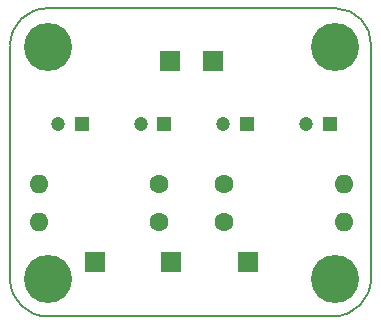
<source format=gbl>
G04 #@! TF.FileFunction,Copper,L2,Bot,Signal*
%FSLAX46Y46*%
G04 Gerber Fmt 4.6, Leading zero omitted, Abs format (unit mm)*
G04 Created by KiCad (PCBNEW 4.0.7) date 10/31/19 18:54:42*
%MOMM*%
%LPD*%
G01*
G04 APERTURE LIST*
%ADD10C,0.100000*%
%ADD11C,0.150000*%
%ADD12R,1.700000X1.700000*%
%ADD13C,1.600000*%
%ADD14O,1.600000X1.600000*%
%ADD15C,4.064000*%
%ADD16R,1.200000X1.200000*%
%ADD17C,1.200000*%
G04 APERTURE END LIST*
D10*
D11*
X157612000Y-82707000D02*
X182095000Y-82707000D01*
X157620000Y-108776000D02*
X181851000Y-108776000D01*
X154467000Y-105770000D02*
X154467000Y-85863000D01*
X185023000Y-85794000D02*
X185023000Y-105636000D01*
X154472000Y-105697000D02*
G75*
G03X157685000Y-108794000I3155000J58000D01*
G01*
X181849000Y-108789000D02*
G75*
G03X185035000Y-105603000I0J3186000D01*
G01*
X157628000Y-82710000D02*
G75*
G03X154479000Y-85819000I-20000J-3129000D01*
G01*
X185037000Y-85803000D02*
G75*
G03X182065000Y-82709000I-3033000J61000D01*
G01*
D12*
X161658000Y-104204000D03*
X168128000Y-104150000D03*
X174589000Y-104201000D03*
X171631000Y-87193000D03*
X168025000Y-87194000D03*
D13*
X172557000Y-100787000D03*
D14*
X182717000Y-100787000D03*
D13*
X172558000Y-97622000D03*
D14*
X182718000Y-97622000D03*
D13*
X167061000Y-100782000D03*
D14*
X156901000Y-100782000D03*
D13*
X167061000Y-97582000D03*
D14*
X156901000Y-97582000D03*
D15*
X157724000Y-85989000D03*
X181954000Y-85965000D03*
X157658000Y-105644000D03*
X181945000Y-105641000D03*
D16*
X174531000Y-92481000D03*
D17*
X172531000Y-92481000D03*
D16*
X181547000Y-92469000D03*
D17*
X179547000Y-92469000D03*
D16*
X160533000Y-92481000D03*
D17*
X158533000Y-92481000D03*
D16*
X167531000Y-92479000D03*
D17*
X165531000Y-92479000D03*
M02*

</source>
